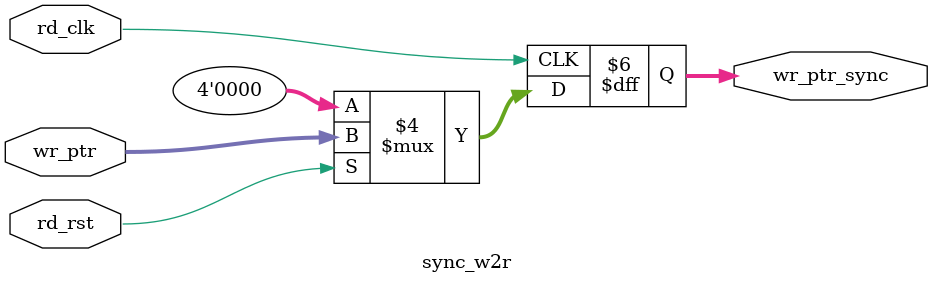
<source format=v>
module sync_w2r #(parameter add_size = 3)(
output reg [add_size:0] wr_ptr_sync,   //  write pointer after synchronization 
input [add_size:0] wr_ptr, //  write pointer before synchronization 
input rd_clk, rd_rst);  // read clock, rad reset


always @(posedge rd_clk)
if (!rd_rst)
begin
wr_ptr_sync<=0;
end
else 
begin

wr_ptr_sync <=wr_ptr;
end
endmodule

</source>
